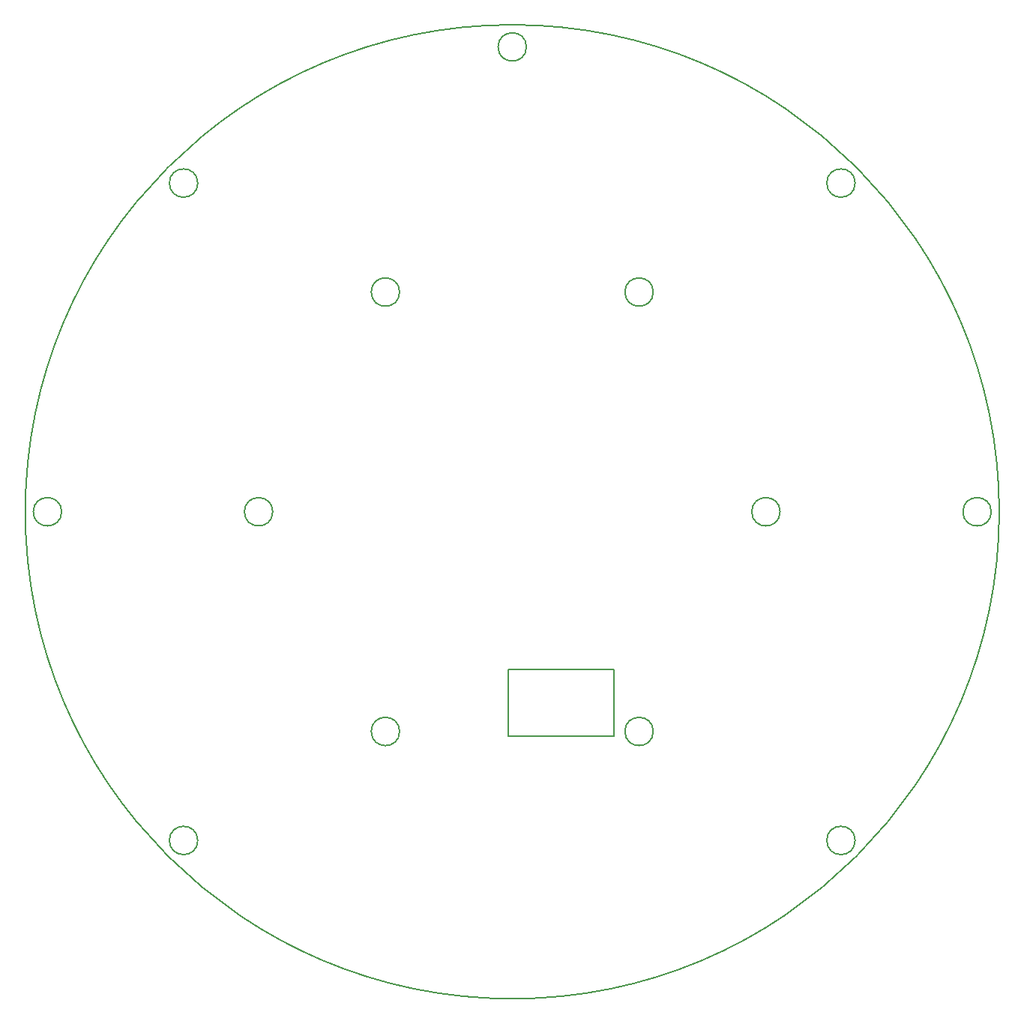
<source format=gbr>
%TF.GenerationSoftware,KiCad,Pcbnew,7.0.11*%
%TF.CreationDate,2025-01-20T01:56:26+09:00*%
%TF.ProjectId,Main,4d61696e-2e6b-4696-9361-645f70636258,rev?*%
%TF.SameCoordinates,Original*%
%TF.FileFunction,Profile,NP*%
%FSLAX46Y46*%
G04 Gerber Fmt 4.6, Leading zero omitted, Abs format (unit mm)*
G04 Created by KiCad (PCBNEW 7.0.11) date 2025-01-20 01:56:26*
%MOMM*%
%LPD*%
G01*
G04 APERTURE LIST*
%TA.AperFunction,Profile*%
%ADD10C,0.200000*%
%TD*%
G04 APERTURE END LIST*
D10*
X207425394Y-101599872D02*
G75*
G03*
X97425392Y-101599872I-55000001J0D01*
G01*
X97425392Y-101599872D02*
G75*
G03*
X207425394Y-101599872I55000001J0D01*
G01*
X101525393Y-101599872D02*
G75*
G03*
X98325393Y-101599872I-1600000J0D01*
G01*
X98325393Y-101599872D02*
G75*
G03*
X101525393Y-101599872I1600000J0D01*
G01*
X125374386Y-101599744D02*
G75*
G03*
X122174386Y-101599744I-1600000J0D01*
G01*
X122174386Y-101599744D02*
G75*
G03*
X125374386Y-101599744I1600000J0D01*
G01*
X139700000Y-76787308D02*
G75*
G03*
X136500000Y-76787308I-1600000J0D01*
G01*
X136500000Y-76787308D02*
G75*
G03*
X139700000Y-76787308I1600000J0D01*
G01*
X116902287Y-138722978D02*
G75*
G03*
X113702287Y-138722978I-1600000J0D01*
G01*
X113702287Y-138722978D02*
G75*
G03*
X116902287Y-138722978I1600000J0D01*
G01*
X206525393Y-101599872D02*
G75*
G03*
X203325393Y-101599872I-1600000J0D01*
G01*
X203325393Y-101599872D02*
G75*
G03*
X206525393Y-101599872I1600000J0D01*
G01*
X139699779Y-126412308D02*
G75*
G03*
X136499779Y-126412308I-1600000J0D01*
G01*
X136499779Y-126412308D02*
G75*
G03*
X139699779Y-126412308I1600000J0D01*
G01*
X116902287Y-64476766D02*
G75*
G03*
X113702287Y-64476766I-1600000J0D01*
G01*
X113702287Y-64476766D02*
G75*
G03*
X116902287Y-64476766I1600000J0D01*
G01*
X168350786Y-126412436D02*
G75*
G03*
X165150786Y-126412436I-1600000J0D01*
G01*
X165150786Y-126412436D02*
G75*
G03*
X168350786Y-126412436I1600000J0D01*
G01*
X182676400Y-101600000D02*
G75*
G03*
X179476400Y-101600000I-1600000J0D01*
G01*
X179476400Y-101600000D02*
G75*
G03*
X182676400Y-101600000I1600000J0D01*
G01*
X191148499Y-138722978D02*
G75*
G03*
X187948499Y-138722978I-1600000J0D01*
G01*
X187948499Y-138722978D02*
G75*
G03*
X191148499Y-138722978I1600000J0D01*
G01*
X191148499Y-64476766D02*
G75*
G03*
X187948499Y-64476766I-1600000J0D01*
G01*
X187948499Y-64476766D02*
G75*
G03*
X191148499Y-64476766I1600000J0D01*
G01*
X152000000Y-119420000D02*
X163940000Y-119420000D01*
X163940000Y-126940000D01*
X152000000Y-126940000D01*
X152000000Y-119420000D01*
X168351007Y-76787436D02*
G75*
G03*
X165151007Y-76787436I-1600000J0D01*
G01*
X165151007Y-76787436D02*
G75*
G03*
X168351007Y-76787436I1600000J0D01*
G01*
X154025393Y-49099872D02*
G75*
G03*
X150825393Y-49099872I-1600000J0D01*
G01*
X150825393Y-49099872D02*
G75*
G03*
X154025393Y-49099872I1600000J0D01*
G01*
M02*

</source>
